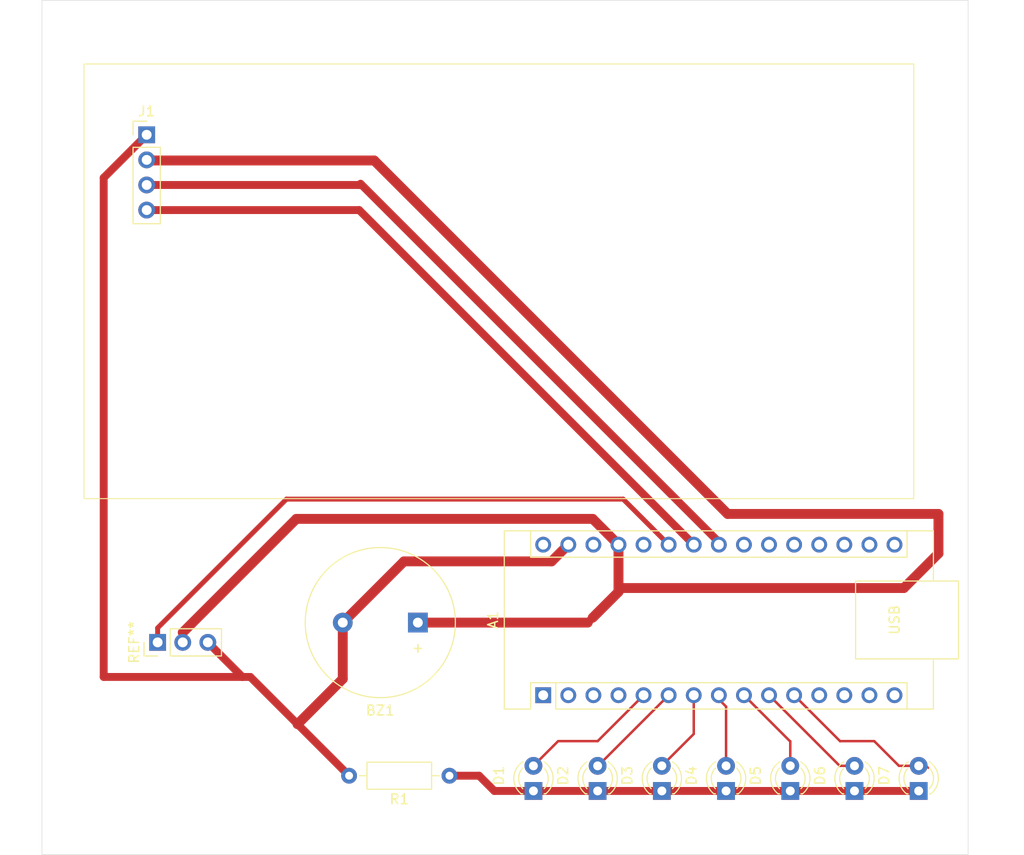
<source format=kicad_pcb>
(kicad_pcb (version 20241229) (generator "pcbnew") (generator_version "9.0")
  (layers (0 "F.Cu" signal) (2 "B.Cu" signal) (13 "F.Paste" user) (15 "B.Paste" user) (5 "F.SilkS" user "F.Silkscreen") (7 "B.SilkS" user "B.Silkscreen") (1 "F.Mask" user) (3 "B.Mask" user) (25 "Edge.Cuts" user))
  (net 0 "")
  (net 4 "Net-(A1-D4)")
  (net 7 "unconnected-(A1-SDA{slash}A4-Pad23)")
  (net 8 "Net-(A1-D7)")
  (net 10 "Net-(A1-D6)")
  (net 11 "Net-(A1-GND-Pad29)")
  (net 13 "unconnected-(A1-SCL{slash}A5-Pad24)")
  (net 15 "Net-(A1-D3)")
  (net 20 "Net-(A1-D2)")
  (net 23 "Net-(A1-D5)")
  (net 25 "Net-(A1-D8)")
  (net 26 "Net-(D1-K)")
  (net 28 "+5V")
  (net 29 "unconnected-(A1-A6-Pad25)")
  (net 32 "Net-(BZ1--)")
  (footprint "LED_THT:LED_D3.0mm" (layer "F.Cu") (at 178.47 120.87 90)
    (property "Reference" "D6" (at 1.54 -3.5 90) (layer "F.SilkS"))
    (property "Value" "LED")
    (fp_line (start -0.29 -1.236) (end -0.29 -1.08) (stroke (width 0.12)) (layer "F.SilkS"))
    (fp_line (start -0.29 1.08) (end -0.29 1.236) (stroke (width 0.12)) (layer "F.SilkS"))
    (fp_arc (start -0.29 -1.235516) (mid 1.36566 -1.987699) (end 2.941437 -1.08) (stroke (width 0.12)) (layer "F.SilkS"))
    (fp_arc (start 0.229039 -1.08) (mid 1.27 -1.5) (end 2.310961 -1.08) (stroke (width 0.12)) (layer "F.SilkS"))
    (fp_arc (start 2.941437 1.08) (mid 1.36566 1.987699) (end -0.29 1.235516) (stroke (width 0.12)) (layer "F.SilkS"))
    (fp_arc (start 2.310961 1.08) (mid 1.27 1.5) (end 0.229039 1.08) (stroke (width 0.12)) (layer "F.SilkS"))
    (pad "1" thru_hole rect (at 0 0 90) (size 1.8 1.8) (drill 0.9) (layers "*.Cu" "*.Mask") (net 26 "Net-(D1-K)"))
    (pad "2" thru_hole circle (at 2.54 0 90) (size 1.8 1.8) (drill 0.9) (layers "*.Cu" "*.Mask") (net 8 "Net-(A1-D7)"))
  )
  (footprint "LED_THT:LED_D3.0mm" (layer "F.Cu") (at 145.97 120.87 90)
    (property "Reference" "D1" (at 1.54 -3.5 90) (layer "F.SilkS"))
    (property "Value" "LED")
    (fp_line (start -0.29 -1.236) (end -0.29 -1.08) (stroke (width 0.12)) (layer "F.SilkS"))
    (fp_line (start -0.29 1.08) (end -0.29 1.236) (stroke (width 0.12)) (layer "F.SilkS"))
    (fp_arc (start -0.29 -1.235516) (mid 1.36566 -1.987699) (end 2.941437 -1.08) (stroke (width 0.12)) (layer "F.SilkS"))
    (fp_arc (start 0.229039 -1.08) (mid 1.27 -1.5) (end 2.310961 -1.08) (stroke (width 0.12)) (layer "F.SilkS"))
    (fp_arc (start 2.941437 1.08) (mid 1.36566 1.987699) (end -0.29 1.235516) (stroke (width 0.12)) (layer "F.SilkS"))
    (fp_arc (start 2.310961 1.08) (mid 1.27 1.5) (end 0.229039 1.08) (stroke (width 0.12)) (layer "F.SilkS"))
    (pad "1" thru_hole rect (at 0 0 90) (size 1.8 1.8) (drill 0.9) (layers "*.Cu" "*.Mask") (net 26 "Net-(D1-K)"))
    (pad "2" thru_hole circle (at 2.54 0 90) (size 1.8 1.8) (drill 0.9) (layers "*.Cu" "*.Mask") (net 20 "Net-(A1-D2)"))
  )
  (footprint "LED_THT:LED_D3.0mm" (layer "F.Cu") (at 165.47 120.87 90)
    (property "Reference" "D4" (at 1.54 -3.5 90) (layer "F.SilkS"))
    (property "Value" "LED")
    (fp_line (start -0.29 -1.236) (end -0.29 -1.08) (stroke (width 0.12)) (layer "F.SilkS"))
    (fp_line (start -0.29 1.08) (end -0.29 1.236) (stroke (width 0.12)) (layer "F.SilkS"))
    (fp_arc (start -0.29 -1.235516) (mid 1.36566 -1.987699) (end 2.941437 -1.08) (stroke (width 0.12)) (layer "F.SilkS"))
    (fp_arc (start 0.229039 -1.08) (mid 1.27 -1.5) (end 2.310961 -1.08) (stroke (width 0.12)) (layer "F.SilkS"))
    (fp_arc (start 2.941437 1.08) (mid 1.36566 1.987699) (end -0.29 1.235516) (stroke (width 0.12)) (layer "F.SilkS"))
    (fp_arc (start 2.310961 1.08) (mid 1.27 1.5) (end 0.229039 1.08) (stroke (width 0.12)) (layer "F.SilkS"))
    (pad "1" thru_hole rect (at 0 0 90) (size 1.8 1.8) (drill 0.9) (layers "*.Cu" "*.Mask") (net 26 "Net-(D1-K)"))
    (pad "2" thru_hole circle (at 2.54 0 90) (size 1.8 1.8) (drill 0.9) (layers "*.Cu" "*.Mask") (net 23 "Net-(A1-D5)"))
  )
  (footprint "LED_THT:LED_D3.0mm" (layer "F.Cu") (at 158.97 120.87 90)
    (property "Reference" "D3" (at 1.54 -3.5 90) (layer "F.SilkS"))
    (property "Value" "LED")
    (fp_line (start -0.29 -1.236) (end -0.29 -1.08) (stroke (width 0.12)) (layer "F.SilkS"))
    (fp_line (start -0.29 1.08) (end -0.29 1.236) (stroke (width 0.12)) (layer "F.SilkS"))
    (fp_arc (start -0.29 -1.235516) (mid 1.36566 -1.987699) (end 2.941437 -1.08) (stroke (width 0.12)) (layer "F.SilkS"))
    (fp_arc (start 0.229039 -1.08) (mid 1.27 -1.5) (end 2.310961 -1.08) (stroke (width 0.12)) (layer "F.SilkS"))
    (fp_arc (start 2.941437 1.08) (mid 1.36566 1.987699) (end -0.29 1.235516) (stroke (width 0.12)) (layer "F.SilkS"))
    (fp_arc (start 2.310961 1.08) (mid 1.27 1.5) (end 0.229039 1.08) (stroke (width 0.12)) (layer "F.SilkS"))
    (pad "1" thru_hole rect (at 0 0 90) (size 1.8 1.8) (drill 0.9) (layers "*.Cu" "*.Mask") (net 26 "Net-(D1-K)"))
    (pad "2" thru_hole circle (at 2.54 0 90) (size 1.8 1.8) (drill 0.9) (layers "*.Cu" "*.Mask") (net 4 "Net-(A1-D4)"))
  )
  (footprint "Connector_PinHeader_2.54mm:PinHeader_1x03_P2.54mm_Vertical" (layer "F.Cu") (at 107.93 105.83 90)
    (property "Reference" "REF**" (at 0 -2.38 90) (layer "F.SilkS"))
    (property "Value" "PinHeader_1x03_P2.54mm_Vertical")
    (fp_line (start -1.38 -1.38) (end 0 -1.38) (stroke (width 0.12)) (layer "F.SilkS"))
    (fp_line (start -1.38 0) (end -1.38 -1.38) (stroke (width 0.12)) (layer "F.SilkS"))
    (fp_line (start 1.38 1.27) (end 1.38 6.46) (stroke (width 0.12)) (layer "F.SilkS"))
    (fp_line (start -1.38 1.27) (end 1.38 1.27) (stroke (width 0.12)) (layer "F.SilkS"))
    (fp_line (start -1.38 1.27) (end -1.38 6.46) (stroke (width 0.12)) (layer "F.SilkS"))
    (fp_line (start -1.38 6.46) (end 1.38 6.46) (stroke (width 0.12)) (layer "F.SilkS"))
    (pad "1" thru_hole rect (at 0 0 90) (size 1.7 1.7) (drill 1) (layers "*.Cu" "*.Mask"))
    (pad "2" thru_hole circle (at 0 2.54 90) (size 1.7 1.7) (drill 1) (layers "*.Cu" "*.Mask"))
    (pad "3" thru_hole circle (at 0 5.08 90) (size 1.7 1.7) (drill 1) (layers "*.Cu" "*.Mask"))
  )
  (footprint "Connector_PinHeader_2.54mm:PinHeader_1x04_P2.54mm_Vertical" (layer "F.Cu") (at 106.82 54.45)
    (property "Reference" "J1" (at 0 -2.38 0) (layer "F.SilkS"))
    (property "Value" "Conn_01x04_Pin")
    (fp_line (start -1.38 -1.38) (end 0 -1.38) (stroke (width 0.12)) (layer "F.SilkS"))
    (fp_line (start -1.38 0) (end -1.38 -1.38) (stroke (width 0.12)) (layer "F.SilkS"))
    (fp_line (start -1.38 1.27) (end -1.38 9) (stroke (width 0.12)) (layer "F.SilkS"))
    (fp_line (start -1.38 1.27) (end 1.38 1.27) (stroke (width 0.12)) (layer "F.SilkS"))
    (fp_line (start -1.38 9) (end 1.38 9) (stroke (width 0.12)) (layer "F.SilkS"))
    (fp_line (start 1.38 1.27) (end 1.38 9) (stroke (width 0.12)) (layer "F.SilkS"))
    (pad "1" thru_hole rect (at 0 0) (size 1.7 1.7) (drill 1) (layers "*.Cu" "*.Mask"))
    (pad "2" thru_hole circle (at 0 2.54) (size 1.7 1.7) (drill 1) (layers "*.Cu" "*.Mask" "F.Paste") (net 28 "+5V"))
    (pad "3" thru_hole circle (at 0 5.08) (size 1.7 1.7) (drill 1) (layers "*.Cu" "*.Mask"))
    (pad "4" thru_hole circle (at 0 7.62) (size 1.7 1.7) (drill 1) (layers "*.Cu" "*.Mask"))
  )
  (footprint "LED_THT:LED_D3.0mm" (layer "F.Cu") (at 171.97 120.87 90)
    (property "Reference" "D5" (at 1.54 -3.5 90) (layer "F.SilkS"))
    (property "Value" "LED")
    (fp_line (start -0.29 -1.236) (end -0.29 -1.08) (stroke (width 0.12)) (layer "F.SilkS"))
    (fp_line (start -0.29 1.08) (end -0.29 1.236) (stroke (width 0.12)) (layer "F.SilkS"))
    (fp_arc (start -0.29 -1.235516) (mid 1.36566 -1.987699) (end 2.941437 -1.08) (stroke (width 0.12)) (layer "F.SilkS"))
    (fp_arc (start 0.229039 -1.08) (mid 1.27 -1.5) (end 2.310961 -1.08) (stroke (width 0.12)) (layer "F.SilkS"))
    (fp_arc (start 2.941437 1.08) (mid 1.36566 1.987699) (end -0.29 1.235516) (stroke (width 0.12)) (layer "F.SilkS"))
    (fp_arc (start 2.310961 1.08) (mid 1.27 1.5) (end 0.229039 1.08) (stroke (width 0.12)) (layer "F.SilkS"))
    (pad "1" thru_hole rect (at 0 0 90) (size 1.8 1.8) (drill 0.9) (layers "*.Cu" "*.Mask") (net 26 "Net-(D1-K)"))
    (pad "2" thru_hole circle (at 2.54 0 90) (size 1.8 1.8) (drill 0.9) (layers "*.Cu" "*.Mask") (net 10 "Net-(A1-D6)"))
  )
  (footprint "LED_THT:LED_D3.0mm" (layer "F.Cu") (at 184.97 120.87 90)
    (property "Reference" "D7" (at 1.54 -3.5 90) (layer "F.SilkS"))
    (property "Value" "LED")
    (fp_line (start -0.29 -1.236) (end -0.29 -1.08) (stroke (width 0.12)) (layer "F.SilkS"))
    (fp_line (start -0.29 1.08) (end -0.29 1.236) (stroke (width 0.12)) (layer "F.SilkS"))
    (fp_arc (start -0.29 -1.235516) (mid 1.36566 -1.987699) (end 2.941437 -1.08) (stroke (width 0.12)) (layer "F.SilkS"))
    (fp_arc (start 0.229039 -1.08) (mid 1.27 -1.5) (end 2.310961 -1.08) (stroke (width 0.12)) (layer "F.SilkS"))
    (fp_arc (start 2.941437 1.08) (mid 1.36566 1.987699) (end -0.29 1.235516) (stroke (width 0.12)) (layer "F.SilkS"))
    (fp_arc (start 2.310961 1.08) (mid 1.27 1.5) (end 0.229039 1.08) (stroke (width 0.12)) (layer "F.SilkS"))
    (pad "1" thru_hole rect (at 0 0 90) (size 1.8 1.8) (drill 0.9) (layers "*.Cu" "*.Mask") (net 26 "Net-(D1-K)"))
    (pad "2" thru_hole circle (at 2.54 0 90) (size 1.8 1.8) (drill 0.9) (layers "*.Cu" "*.Mask") (net 25 "Net-(A1-D8)"))
  )
  (footprint "Module:Arduino_Nano" (layer "F.Cu") (at 146.96 111.18 90)
    (property "Reference" "A1" (at 7.62 -5.08 90) (layer "F.SilkS"))
    (property "Value" "Arduino_Nano_Every")
    (fp_line (start 16.64 -3.94) (end -1.4 -3.94) (stroke (width 0.12)) (layer "F.SilkS"))
    (fp_line (start -1.4 -3.94) (end -1.4 -1.27) (stroke (width 0.12)) (layer "F.SilkS"))
    (fp_line (start 13.97 -1.27) (end 16.64 -1.27) (stroke (width 0.12)) (layer "F.SilkS"))
    (fp_line (start 13.97 -1.27) (end 13.97 36.83) (stroke (width 0.12)) (layer "F.SilkS"))
    (fp_line (start 1.27 -1.27) (end -1.4 -1.27) (stroke (width 0.12)) (layer "F.SilkS"))
    (fp_line (start 1.27 1.27) (end 1.27 -1.27) (stroke (width 0.12)) (layer "F.SilkS"))
    (fp_line (start 1.27 1.27) (end -1.4 1.27) (stroke (width 0.12)) (layer "F.SilkS"))
    (fp_line (start 1.27 1.27) (end 1.27 36.83) (stroke (width 0.12)) (layer "F.SilkS"))
    (fp_line (start -1.4 1.27) (end -1.4 39.5) (stroke (width 0.12)) (layer "F.SilkS"))
    (fp_line (start 11.56 31.62) (end 11.56 42.04) (stroke (width 0.12)) (layer "F.SilkS"))
    (fp_line (start 3.68 31.62) (end 11.56 31.62) (stroke (width 0.12)) (layer "F.SilkS"))
    (fp_line (start 13.97 36.83) (end 16.64 36.83) (stroke (width 0.12)) (layer "F.SilkS"))
    (fp_line (start 1.27 36.83) (end -1.4 36.83) (stroke (width 0.12)) (layer "F.SilkS"))
    (fp_line (start 16.64 39.5) (end 16.64 -3.94) (stroke (width 0.12)) (layer "F.SilkS"))
    (fp_line (start 16.64 39.5) (end 11.56 39.5) (stroke (width 0.12)) (layer "F.SilkS"))
    (fp_line (start -1.4 39.5) (end 3.68 39.5) (stroke (width 0.12)) (layer "F.SilkS"))
    (fp_line (start 11.56 42.04) (end 3.68 42.04) (stroke (width 0.12)) (layer "F.SilkS"))
    (fp_line (start 3.68 42.04) (end 3.68 31.62) (stroke (width 0.12)) (layer "F.SilkS"))
    (fp_text user "USB" (at 7.62 35.56 90) (layer "F.SilkS"))
    (pad "1" thru_hole rect (at 0 0 90) (size 1.6 1.6) (drill 1) (layers "*.Cu" "*.Mask"))
    (pad "2" thru_hole oval (at 0 2.54 90) (size 1.6 1.6) (drill 1) (layers "*.Cu" "*.Mask"))
    (pad "3" thru_hole oval (at 0 5.08 90) (size 1.6 1.6) (drill 1) (layers "*.Cu" "*.Mask"))
    (pad "4" thru_hole oval (at 0 7.62 90) (size 1.6 1.6) (drill 1) (layers "*.Cu" "*.Mask") (net 11 "Net-(A1-GND-Pad29)"))
    (pad "5" thru_hole oval (at 0 10.16 90) (size 1.6 1.6) (drill 1) (layers "*.Cu" "*.Mask") (net 20 "Net-(A1-D2)"))
    (pad "6" thru_hole oval (at 0 12.7 90) (size 1.6 1.6) (drill 1) (layers "*.Cu" "*.Mask") (net 15 "Net-(A1-D3)"))
    (pad "7" thru_hole oval (at 0 15.24 90) (size 1.6 1.6) (drill 1) (layers "*.Cu" "*.Mask") (net 4 "Net-(A1-D4)"))
    (pad "8" thru_hole oval (at 0 17.78 90) (size 1.6 1.6) (drill 1) (layers "*.Cu" "*.Mask") (net 23 "Net-(A1-D5)"))
    (pad "9" thru_hole oval (at 0 20.32 90) (size 1.6 1.6) (drill 1) (layers "*.Cu" "*.Mask") (net 10 "Net-(A1-D6)"))
    (pad "10" thru_hole oval (at 0 22.86 90) (size 1.6 1.6) (drill 1) (layers "*.Cu" "*.Mask") (net 8 "Net-(A1-D7)"))
    (pad "11" thru_hole oval (at 0 25.4 90) (size 1.6 1.6) (drill 1) (layers "*.Cu" "*.Mask") (net 25 "Net-(A1-D8)"))
    (pad "12" thru_hole oval (at 0 27.94 90) (size 1.6 1.6) (drill 1) (layers "*.Cu" "*.Mask"))
    (pad "13" thru_hole oval (at 0 30.48 90) (size 1.6 1.6) (drill 1) (layers "*.Cu" "*.Mask"))
    (pad "14" thru_hole oval (at 0 33.02 90) (size 1.6 1.6) (drill 1) (layers "*.Cu" "*.Mask"))
    (pad "15" thru_hole oval (at 0 35.56 90) (size 1.6 1.6) (drill 1) (layers "*.Cu" "*.Mask"))
    (pad "16" thru_hole oval (at 15.24 35.56 90) (size 1.6 1.6) (drill 1) (layers "*.Cu" "*.Mask"))
    (pad "17" thru_hole oval (at 15.24 33.02 90) (size 1.6 1.6) (drill 1) (layers "*.Cu" "*.Mask"))
    (pad "18" thru_hole oval (at 15.24 30.48 90) (size 1.6 1.6) (drill 1) (layers "*.Cu" "*.Mask"))
    (pad "19" thru_hole oval (at 15.24 27.94 90) (size 1.6 1.6) (drill 1) (layers "*.Cu" "*.Mask"))
    (pad "20" thru_hole oval (at 15.24 25.4 90) (size 1.6 1.6) (drill 1) (layers "*.Cu" "*.Mask"))
    (pad "21" thru_hole oval (at 15.24 22.86 90) (size 1.6 1.6) (drill 1) (layers "*.Cu" "*.Mask"))
    (pad "22" thru_hole oval (at 15.24 20.32 90) (size 1.6 1.6) (drill 1) (layers "*.Cu" "*.Mask"))
    (pad "23" thru_hole oval (at 15.24 17.78 90) (size 1.6 1.6) (drill 1) (layers "*.Cu" "*.Mask") (net 7 "unconnected-(A1-SDA{slash}A4-Pad23)"))
    (pad "24" thru_hole oval (at 15.24 15.24 90) (size 1.6 1.6) (drill 1) (layers "*.Cu" "*.Mask") (net 13 "unconnected-(A1-SCL{slash}A5-Pad24)"))
    (pad "25" thru_hole oval (at 15.24 12.7 90) (size 1.6 1.6) (drill 1) (layers "*.Cu" "*.Mask") (net 29 "unconnected-(A1-A6-Pad25)"))
    (pad "26" thru_hole oval (at 15.24 10.16 90) (size 1.6 1.6) (drill 1) (layers "*.Cu" "*.Mask"))
    (pad "27" thru_hole oval (at 15.24 7.62 90) (size 1.6 1.6) (drill 1) (layers "*.Cu" "*.Mask") (net 28 "+5V"))
    (pad "28" thru_hole oval (at 15.24 5.08 90) (size 1.6 1.6) (drill 1) (layers "*.Cu" "*.Mask"))
    (pad "29" thru_hole oval (at 15.24 2.54 90) (size 1.6 1.6) (drill 1) (layers "*.Cu" "*.Mask") (net 11 "Net-(A1-GND-Pad29)"))
    (pad "30" thru_hole oval (at 15.24 0 90) (size 1.6 1.6) (drill 1) (layers "*.Cu" "*.Mask"))
  )
  (footprint "Resistor_THT:R_Axial_DIN0207_L6.3mm_D2.5mm_P10.16mm_Horizontal" (layer "F.Cu") (at 137.47 119.33 180)
    (property "Reference" "R1" (at 5.08 -2.37 0) (layer "F.SilkS"))
    (property "Value" "330")
    (fp_line (start 9.12 0) (end 8.35 0) (stroke (width 0.12)) (layer "F.SilkS"))
    (fp_line (start 1.04 0) (end 1.81 0) (stroke (width 0.12)) (layer "F.SilkS"))
    (fp_rect (start 1.81 -1.37) (end 8.35 1.37) (stroke (width 0.12)) (fill no) (layer "F.SilkS"))
    (pad "1" thru_hole circle (at 0 0 180) (size 1.6 1.6) (drill 0.8) (layers "*.Cu" "*.Mask") (net 26 "Net-(D1-K)"))
    (pad "2" thru_hole circle (at 10.16 0 180) (size 1.6 1.6) (drill 0.8) (layers "*.Cu" "*.Mask") (net 32 "Net-(BZ1--)"))
  )
  (footprint "Buzzer_Beeper:Buzzer_15x7.5RM7.6" (layer "F.Cu") (at 134.27 103.83 180)
    (property "Reference" "BZ1" (at 3.81 -8.89 0) (layer "F.SilkS"))
    (property "Value" "Buzzer")
    (fp_circle (center 3.8 0) (end 11.4 0) (stroke (width 0.12)) (fill no) (layer "F.SilkS"))
    (fp_text user "+" (at -0.01 -2.54 0) (layer "F.SilkS"))
    (pad "1" thru_hole rect (at 0 0 180) (size 2 2) (drill 1) (layers "*.Cu" "*.Mask") (net 28 "+5V"))
    (pad "2" thru_hole circle (at 7.6 0 180) (size 2 2) (drill 1) (layers "*.Cu" "*.Mask") (net 32 "Net-(BZ1--)"))
  )
  (footprint "LED_THT:LED_D3.0mm" (layer "F.Cu") (at 152.47 120.87 90)
    (property "Reference" "D2" (at 1.54 -3.5 90) (layer "F.SilkS"))
    (property "Value" "LED")
    (fp_line (start -0.29 -1.236) (end -0.29 -1.08) (stroke (width 0.12)) (layer "F.SilkS"))
    (fp_line (start -0.29 1.08) (end -0.29 1.236) (stroke (width 0.12)) (layer "F.SilkS"))
    (fp_arc (start -0.29 -1.235516) (mid 1.36566 -1.987699) (end 2.941437 -1.08) (stroke (width 0.12)) (layer "F.SilkS"))
    (fp_arc (start 0.229039 -1.08) (mid 1.27 -1.5) (end 2.310961 -1.08) (stroke (width 0.12)) (layer "F.SilkS"))
    (fp_arc (start 2.941437 1.08) (mid 1.36566 1.987699) (end -0.29 1.235516) (stroke (width 0.12)) (layer "F.SilkS"))
    (fp_arc (start 2.310961 1.08) (mid 1.27 1.5) (end 0.229039 1.08) (stroke (width 0.12)) (layer "F.SilkS"))
    (pad "1" thru_hole rect (at 0 0 90) (size 1.8 1.8) (drill 0.9) (layers "*.Cu" "*.Mask") (net 26 "Net-(D1-K)"))
    (pad "2" thru_hole circle (at 2.54 0 90) (size 1.8 1.8) (drill 0.9) (layers "*.Cu" "*.Mask") (net 15 "Net-(A1-D3)"))
  )
  (gr_rect (start 100.47 47.28) (end 184.47 91.28) (stroke (width 0.1)) (fill no) (layer "F.SilkS"))
  (gr_rect (start 96.22 40.83) (end 189.97 127.33) (stroke (width 0.05)) (fill no) (layer "Edge.Cuts"))
  (segment (start 162.2 111.18) (end 162.2 115.1) (width 0.25) (layer "F.Cu") (net 4))
  (segment (start 161.66 111.18) (end 162.2 111.18) (width 0.2) (layer "F.Cu") (net 4))
  (segment (start 162.2 115.1) (end 158.97 118.33) (width 0.25) (layer "F.Cu") (net 4))
  (segment (start 128.35 59.53) (end 106.82 59.53) (width 0.8) (layer "F.Cu") (net 7))
  (segment (start 128.47 59.41) (end 128.35 59.53) (width 0.8) (layer "F.Cu") (net 7))
  (segment (start 164.74 95.68) (end 128.47 59.41) (width 0.8) (layer "F.Cu") (net 7))
  (segment (start 164.74 95.94) (end 164.74 95.68) (width 0.2) (layer "F.Cu") (net 7))
  (segment (start 178.47 118.33) (end 176.97 118.33) (width 0.25) (layer "F.Cu") (net 8))
  (segment (start 176.97 118.33) (end 169.82 111.18) (width 0.25) (layer "F.Cu") (net 8))
  (segment (start 171.93 115.83) (end 171.97 115.83) (width 0.2) (layer "F.Cu") (net 10))
  (segment (start 171.97 115.83) (end 171.97 118.33) (width 0.25) (layer "F.Cu") (net 10))
  (segment (start 167.28 111.18) (end 171.93 115.83) (width 0.25) (layer "F.Cu") (net 10))
  (segment (start 126.909 118.929) (end 122.09 114.11) (width 0.8) (layer "F.Cu") (net 11))
  (segment (start 113.01 105.83) (end 116.51 109.33) (width 0.8) (layer "F.Cu") (net 11))
  (segment (start 117.31 109.33) (end 116.51 109.33) (width 0.8) (layer "F.Cu") (net 11))
  (segment (start 149.5 95.94) (end 147.81 97.63) (width 1) (layer "F.Cu") (net 11))
  (segment (start 126.67 103.83) (end 127.31 104.47) (width 0.2) (layer "F.Cu") (net 11))
  (segment (start 126.909 118.929) (end 126.909 119.33) (width 0.2) (layer "F.Cu") (net 11))
  (segment (start 122.09 114.11) (end 117.31 109.33) (width 0.8) (layer "F.Cu") (net 11))
  (segment (start 126.67 103.83) (end 132.87 97.63) (width 1) (layer "F.Cu") (net 11))
  (segment (start 116.51 109.33) (end 102.47 109.33) (width 0.8) (layer "F.Cu") (net 11))
  (segment (start 102.47 109.33) (end 102.47 58.8) (width 0.8) (layer "F.Cu") (net 11))
  (segment (start 126.67 103.83) (end 126.67 109.53) (width 1) (layer "F.Cu") (net 11))
  (segment (start 102.47 58.8) (end 106.82 54.45) (width 0.8) (layer "F.Cu") (net 11))
  (segment (start 126.67 109.53) (end 122.09 114.11) (width 1) (layer "F.Cu") (net 11))
  (segment (start 147.81 97.63) (end 132.87 97.63) (width 1) (layer "F.Cu") (net 11))
  (segment (start 162.2 95.94) (end 128.33 62.07) (width 0.8) (layer "F.Cu") (net 13))
  (segment (start 128.33 62.07) (end 106.82 62.07) (width 0.8) (layer "F.Cu") (net 13))
  (segment (start 152.51 118.33) (end 152.47 118.33) (width 0.2) (layer "F.Cu") (net 15))
  (segment (start 159.66 111.18) (end 152.51 118.33) (width 0.25) (layer "F.Cu") (net 15))
  (segment (start 147.97 116.33) (end 145.97 118.33) (width 0.25) (layer "F.Cu") (net 20))
  (segment (start 157.12 111.18) (end 152.47 115.83) (width 0.25) (layer "F.Cu") (net 20))
  (segment (start 148.47 115.83) (end 147.97 116.33) (width 0.25) (layer "F.Cu") (net 20))
  (segment (start 152.47 115.83) (end 148.47 115.83) (width 0.25) (layer "F.Cu") (net 20))
  (segment (start 165.47 112.33) (end 165.47 118.33) (width 0.25) (layer "F.Cu") (net 23))
  (segment (start 164.74 111.6) (end 165.47 112.33) (width 0.25) (layer "F.Cu") (net 23))
  (segment (start 164.74 111.18) (end 164.74 111.6) (width 0.2) (layer "F.Cu") (net 23))
  (segment (start 172.36 111.18) (end 177.01 115.83) (width 0.25) (layer "F.Cu") (net 25))
  (segment (start 172.36 111.22) (end 172.36 111.18) (width 0.2) (layer "F.Cu") (net 25))
  (segment (start 182.97 118.33) (end 184.97 118.33) (width 0.25) (layer "F.Cu") (net 25))
  (segment (start 180.47 115.83) (end 182.97 118.33) (width 0.25) (layer "F.Cu") (net 25))
  (segment (start 177.01 115.83) (end 180.47 115.83) (width 0.25) (layer "F.Cu") (net 25))
  (segment (start 185.74 118.33) (end 185.97 118.56) (width 0.2) (layer "F.Cu") (net 25))
  (segment (start 152.01 121.1) (end 152.24 121.33) (width 0.2) (layer "F.Cu") (net 26))
  (segment (start 158.97 120.87) (end 165.47 120.87) (width 0.8) (layer "F.Cu") (net 26))
  (segment (start 171.97 120.87) (end 165.47 120.87) (width 0.8) (layer "F.Cu") (net 26))
  (segment (start 137.47 119.33) (end 140.47 119.33) (width 0.8) (layer "F.Cu") (net 26))
  (segment (start 178.46 121.1) (end 178.62 120.94) (width 0.2) (layer "F.Cu") (net 26))
  (segment (start 152.47 120.87) (end 145.97 120.87) (width 0.8) (layer "F.Cu") (net 26))
  (segment (start 142.01 120.87) (end 145.97 120.87) (width 0.8) (layer "F.Cu") (net 26))
  (segment (start 184.97 120.87) (end 184.639 120.539) (width 0.2) (layer "F.Cu") (net 26))
  (segment (start 178.78 121.1) (end 178.62 120.94) (width 0.2) (layer "F.Cu") (net 26))
  (segment (start 152.24 121.33) (end 152.47 121.1) (width 0.2) (layer "F.Cu") (net 26))
  (segment (start 178.4539 120.539) (end 178.29645 120.69645) (width 0.2) (layer "F.Cu") (net 26))
  (segment (start 152.47 120.87) (end 158.97 120.87) (width 0.8) (layer "F.Cu") (net 26))
  (segment (start 184.97 120.87) (end 178.47 120.87) (width 0.8) (layer "F.Cu") (net 26))
  (segment (start 140.47 119.33) (end 142.01 120.87) (width 0.8) (layer "F.Cu") (net 26))
  (segment (start 178.47 120.87) (end 171.97 120.87) (width 0.8) (layer "F.Cu") (net 26))
  (segment (start 151.97 93.33) (end 121.97 93.33) (width 1) (layer "F.Cu") (net 28))
  (segment (start 186.97 92.83) (end 186.97 96.83) (width 1) (layer "F.Cu") (net 28))
  (segment (start 186.97 96.83) (end 183.47 100.33) (width 1) (layer "F.Cu") (net 28))
  (segment (start 154.58 95.94) (end 154.58 100.72) (width 1) (layer "F.Cu") (net 28))
  (segment (start 129.85 57.05) (end 165.63 92.83) (width 1) (layer "F.Cu") (net 28))
  (segment (start 151.97 103.33) (end 151.47 103.83) (width 0.8) (layer "F.Cu") (net 28))
  (segment (start 154.97 100.33) (end 154.58 100.72) (width 0.8) (layer "F.Cu") (net 28))
  (segment (start 106.82 56.99) (end 106.88 57.05) (width 1) (layer "F.Cu") (net 28))
  (segment (start 151.47 103.83) (end 134.27 103.83) (width 1) (layer "F.Cu") (net 28))
  (segment (start 106.88 57.05) (end 129.85 57.05) (width 1) (layer "F.Cu") (net 28))
  (segment (start 154.58 95.94) (end 151.97 93.33) (width 1) (layer "F.Cu") (net 28))
  (segment (start 110.47 104.83) (end 110.47 105.83) (width 0.2) (layer "F.Cu") (net 28))
  (segment (start 183.47 100.33) (end 154.97 100.33) (width 1) (layer "F.Cu") (net 28))
  (segment (start 165.63 92.83) (end 186.97 92.83) (width 1) (layer "F.Cu") (net 28))
  (segment (start 154.58 100.72) (end 151.97 103.33) (width 1) (layer "F.Cu") (net 28))
  (segment (start 121.97 93.33) (end 110.47 104.83) (width 1) (layer "F.Cu") (net 28))
  (segment (start 108.32 103.98) (end 107.93 104.37) (width 0.5) (layer "F.Cu") (net 29))
  (segment (start 120.97 91.33) (end 108.32 103.98) (width 0.5) (layer "F.Cu") (net 29))
  (segment (start 107.93 104.37) (end 107.93 105.83) (width 0.5) (layer "F.Cu") (net 29))
  (segment (start 155.05 91.33) (end 120.97 91.33) (width 0.5) (layer "F.Cu") (net 29))
  (segment (start 159.66 95.94) (end 155.05 91.33) (width 0.5) (layer "F.Cu") (net 29))
)
</source>
